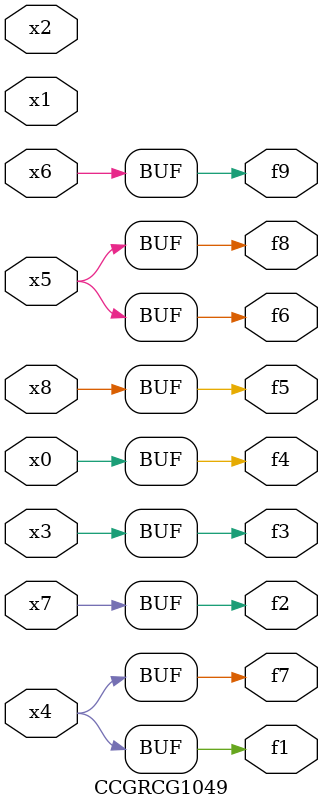
<source format=v>
module CCGRCG1049(
	input x0, x1, x2, x3, x4, x5, x6, x7, x8,
	output f1, f2, f3, f4, f5, f6, f7, f8, f9
);
	assign f1 = x4;
	assign f2 = x7;
	assign f3 = x3;
	assign f4 = x0;
	assign f5 = x8;
	assign f6 = x5;
	assign f7 = x4;
	assign f8 = x5;
	assign f9 = x6;
endmodule

</source>
